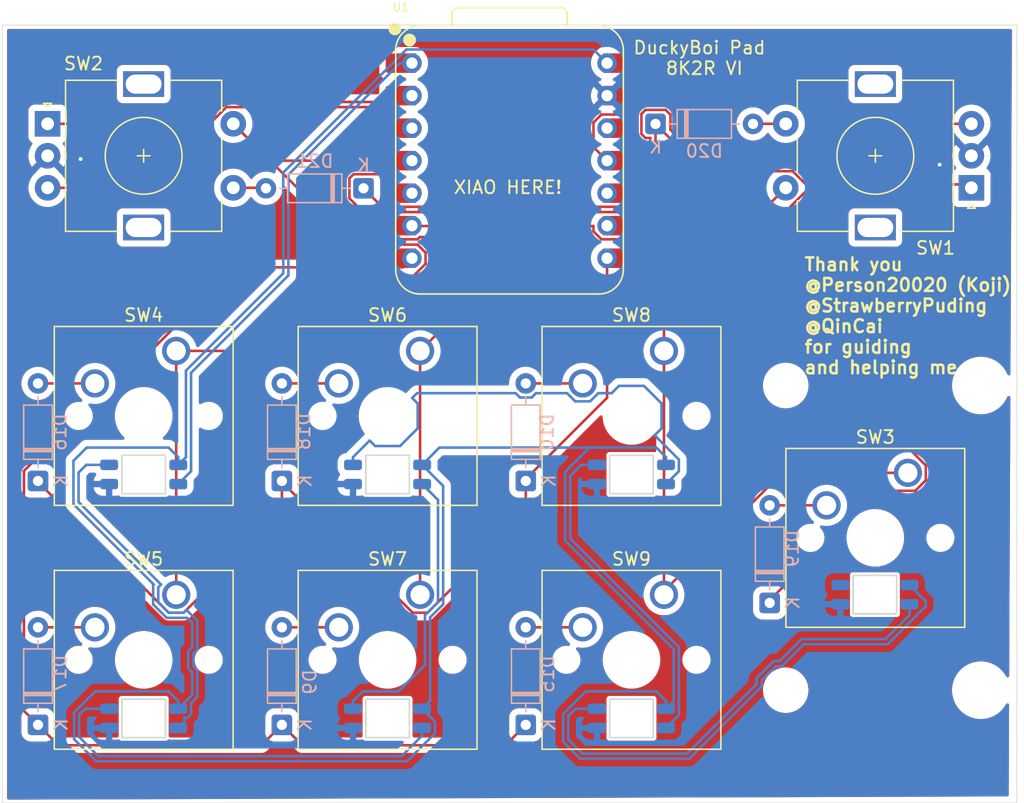
<source format=kicad_pcb>
(kicad_pcb (version 20241229) (generator "pcbnew") (generator_version "9.0")
  (layers (0 "F.Cu" signal) (2 "B.Cu" signal) (13 "F.Paste" user) (15 "B.Paste" user) (5 "F.SilkS" user "F.Silkscreen") (7 "B.SilkS" user "B.Silkscreen") (1 "F.Mask" user) (3 "B.Mask" user) (25 "Edge.Cuts" user))
  (net 0 "")
  (net 1 "Net-(D1-DIN)")
  (net 2 "GND")
  (net 3 "+5V")
  (net 4 "Net-(D1-DOUT)")
  (net 5 "Net-(D2-DOUT)")
  (net 6 "Net-(D3-DOUT)")
  (net 7 "Net-(D4-DOUT)")
  (net 8 "Net-(D5-DOUT)")
  (net 9 "Net-(D6-DOUT)")
  (net 11 "Net-(D9-A)")
  (net 12 "Row 2")
  (net 13 "Net-(D10-A)")
  (net 14 "Net-(D15-A)")
  (net 15 "Row 1")
  (net 16 "Net-(D16-A)")
  (net 17 "Net-(D17-A)")
  (net 18 "Net-(D18-A)")
  (net 19 "Net-(D19-A)")
  (net 20 "Row 0")
  (net 21 "Net-(D20-A)")
  (net 22 "Net-(D21-A)")
  (net 23 "Col 1")
  (net 24 "ROT2-A")
  (net 25 "ROT2-B")
  (net 26 "ROT1-B")
  (net 27 "Col 2")
  (net 28 "ROT1-A")
  (net 29 "Col 0")
  (footprint "Rotary_Encoder:RotaryEncoder_Alps_EC11E-Switch_Vertical_H20mm" (layer "F.Cu") (at 149.359 86.066 180)
    (property "Reference" "SW1" (at 2.8 -4.7 0) (layer "F.SilkS"))
    (property "Value" "RotaryEncoder_Switch")
    (pad "A" thru_hole rect (at 0 0 180) (size 2 2) (drill 1) (layers "*.Cu" "*.Mask") (net 24 "ROT2-A"))
    (pad "B" thru_hole circle (at 0 5 180) (size 2 2) (drill 1) (layers "*.Cu" "*.Mask") (net 25 "ROT2-B"))
    (pad "C" thru_hole circle (at 0 2.5 180) (size 2 2) (drill 1) (layers "*.Cu" "*.Mask") (net 2 "GND"))
    (pad "MP" thru_hole rect (at 7.5 -3.1 180) (size 3.2 2) (drill oval 2.8 1.5) (layers "*.Cu" "*.Mask"))
    (pad "MP" thru_hole rect (at 7.5 8.1 180) (size 3.2 2) (drill oval 2.8 1.5) (layers "*.Cu" "*.Mask"))
    (pad "S1" thru_hole circle (at 14.5 5 180) (size 2 2) (drill 1) (layers "*.Cu" "*.Mask") (net 21 "Net-(D20-A)"))
    (pad "S2" thru_hole circle (at 14.5 0 180) (size 2 2) (drill 1) (layers "*.Cu" "*.Mask") (net 23 "Col 1"))
  )
  (footprint "Button_Switch_Keyboard:SW_Cherry_MX_1.00u_PCB" (layer "F.Cu") (at 87.249 117.856)
    (property "Reference" "SW5" (at -2.54 -2.794 0) (layer "F.SilkS"))
    (property "Value" "SW_Push")
    (pad "" np_thru_hole circle (at -7.62 5.08) (size 1.7 1.7) (drill 1.7) (layers "*.Cu" "*.Mask"))
    (pad "" np_thru_hole circle (at -2.54 5.08) (size 4 4) (drill 4) (layers "*.Cu" "*.Mask"))
    (pad "" np_thru_hole circle (at 2.54 5.08) (size 1.7 1.7) (drill 1.7) (layers "*.Cu" "*.Mask"))
    (pad "1" thru_hole circle (at 0 0) (size 2.2 2.2) (drill 1.5) (layers "*.Cu" "*.Mask") (net 29 "Col 0"))
    (pad "2" thru_hole circle (at -6.35 2.54) (size 2.2 2.2) (drill 1.5) (layers "*.Cu" "*.Mask") (net 17 "Net-(D17-A)"))
  )
  (footprint "Button_Switch_Keyboard:SW_Cherry_MX_1.00u_PCB" (layer "F.Cu") (at 87.249 98.806)
    (property "Reference" "SW4" (at -2.54 -2.794 0) (layer "F.SilkS"))
    (property "Value" "SW_Push")
    (pad "" np_thru_hole circle (at -7.62 5.08) (size 1.7 1.7) (drill 1.7) (layers "*.Cu" "*.Mask"))
    (pad "" np_thru_hole circle (at -2.54 5.08) (size 4 4) (drill 4) (layers "*.Cu" "*.Mask"))
    (pad "" np_thru_hole circle (at 2.54 5.08) (size 1.7 1.7) (drill 1.7) (layers "*.Cu" "*.Mask"))
    (pad "1" thru_hole circle (at 0 0) (size 2.2 2.2) (drill 1.5) (layers "*.Cu" "*.Mask") (net 29 "Col 0"))
    (pad "2" thru_hole circle (at -6.35 2.54) (size 2.2 2.2) (drill 1.5) (layers "*.Cu" "*.Mask") (net 16 "Net-(D16-A)"))
  )
  (footprint "Rotary_Encoder:RotaryEncoder_Alps_EC11E-Switch_Vertical_H20mm" (layer "F.Cu") (at 77.205 81.066)
    (property "Reference" "SW2" (at 2.8 -4.7 0) (layer "F.SilkS"))
    (property "Value" "RotaryEncoder_Switch")
    (pad "A" thru_hole rect (at 0 0) (size 2 2) (drill 1) (layers "*.Cu" "*.Mask") (net 28 "ROT1-A"))
    (pad "B" thru_hole circle (at 0 5) (size 2 2) (drill 1) (layers "*.Cu" "*.Mask") (net 26 "ROT1-B"))
    (pad "C" thru_hole circle (at 0 2.5) (size 2 2) (drill 1) (layers "*.Cu" "*.Mask") (net 2 "GND"))
    (pad "MP" thru_hole rect (at 7.5 -3.1) (size 3.2 2) (drill oval 2.8 1.5) (layers "*.Cu" "*.Mask"))
    (pad "MP" thru_hole rect (at 7.5 8.1) (size 3.2 2) (drill oval 2.8 1.5) (layers "*.Cu" "*.Mask"))
    (pad "S1" thru_hole circle (at 14.5 5) (size 2 2) (drill 1) (layers "*.Cu" "*.Mask") (net 22 "Net-(D21-A)"))
    (pad "S2" thru_hole circle (at 14.5 0) (size 2 2) (drill 1) (layers "*.Cu" "*.Mask") (net 29 "Col 0"))
  )
  (footprint "Button_Switch_Keyboard:SW_Cherry_MX_2.00u_Vertical_PCB" (layer "F.Cu") (at 144.399 108.331)
    (property "Reference" "SW3" (at -2.54 -2.794 0) (layer "F.SilkS"))
    (property "Value" "SW_Push")
    (pad "" np_thru_hole circle (at -9.54 -6.82) (size 3.05 3.05) (drill 3.05) (layers "*.Cu" "*.Mask"))
    (pad "" np_thru_hole circle (at -9.54 16.98) (size 3.05 3.05) (drill 3.05) (layers "*.Cu" "*.Mask"))
    (pad "" np_thru_hole circle (at -7.62 5.08) (size 1.7 1.7) (drill 1.7) (layers "*.Cu" "*.Mask"))
    (pad "" np_thru_hole circle (at -2.54 5.08) (size 4 4) (drill 4) (layers "*.Cu" "*.Mask"))
    (pad "" np_thru_hole circle (at 2.54 5.08) (size 1.7 1.7) (drill 1.7) (layers "*.Cu" "*.Mask"))
    (pad "" np_thru_hole circle (at 5.7 -6.82) (size 4 4) (drill 4) (layers "*.Cu" "*.Mask"))
    (pad "" np_thru_hole circle (at 5.7 16.98) (size 4 4) (drill 4) (layers "*.Cu" "*.Mask"))
    (pad "1" thru_hole circle (at 0 0) (size 2.2 2.2) (drill 1.5) (layers "*.Cu" "*.Mask") (net 27 "Col 2"))
    (pad "2" thru_hole circle (at -6.35 2.54) (size 2.2 2.2) (drill 1.5) (layers "*.Cu" "*.Mask") (net 19 "Net-(D19-A)"))
  )
  (footprint "OPL:XIAO-RP2040-DIP" (layer "F.Cu") (at 113.284 83.947)
    (property "Reference" "U1" (at -8.5 -12 0) (layer "F.SilkS") (effects (font (size 0.635 0.635) (thickness 0.1016))))
    (property "Value" "XIAO-RP2040-DIP")
    (pad "1" smd roundrect (at -8.455 -7.62 180) (size 2.432 1.524) (layers "F.Cu" "F.Mask") (roundrect_rratio 0.1) (net 1 "Net-(D1-DIN)"))
    (pad "1" thru_hole circle (at -7.62 -7.62 180) (size 1.524 1.524) (drill 0.889) (layers "*.Cu" "*.Mask") (net 1 "Net-(D1-DIN)"))
    (pad "2" smd roundrect (at -8.455 -5.08 180) (size 2.432 1.524) (layers "F.Cu" "F.Mask") (roundrect_rratio 0.1) (net 28 "ROT1-A"))
    (pad "2" thru_hole circle (at -7.62 -5.08 180) (size 1.524 1.524) (drill 0.889) (layers "*.Cu" "*.Mask") (net 28 "ROT1-A"))
    (pad "3" smd roundrect (at -8.455 -2.54 180) (size 2.432 1.524) (layers "F.Cu" "F.Mask") (roundrect_rratio 0.1) (net 26 "ROT1-B"))
    (pad "3" thru_hole circle (at -7.62 -2.54 180) (size 1.524 1.524) (drill 0.889) (layers "*.Cu" "*.Mask") (net 26 "ROT1-B"))
    (pad "4" smd roundrect (at -8.455 0 180) (size 2.432 1.524) (layers "F.Cu" "F.Mask") (roundrect_rratio 0.1) (net 29 "Col 0"))
    (pad "4" thru_hole circle (at -7.62 0 180) (size 1.524 1.524) (drill 0.889) (layers "*.Cu" "*.Mask") (net 29 "Col 0"))
    (pad "5" smd roundrect (at -8.455 2.54 180) (size 2.432 1.524) (layers "F.Cu" "F.Mask") (roundrect_rratio 0.1) (net 23 "Col 1"))
    (pad "5" thru_hole circle (at -7.62 2.54 180) (size 1.524 1.524) (drill 0.889) (layers "*.Cu" "*.Mask") (net 23 "Col 1"))
    (pad "6" smd roundrect (at -8.455 5.08 180) (size 2.432 1.524) (layers "F.Cu" "F.Mask") (roundrect_rratio 0.1) (net 27 "Col 2"))
    (pad "6" thru_hole circle (at -7.62 5.08 180) (size 1.524 1.524) (drill 0.889) (layers "*.Cu" "*.Mask") (net 27 "Col 2"))
    (pad "7" smd roundrect (at -8.455 7.62 180) (size 2.432 1.524) (layers "F.Cu" "F.Mask") (roundrect_rratio 0.1) (net 12 "Row 2"))
    (pad "7" thru_hole circle (at -7.62 7.62 180) (size 1.524 1.524) (drill 0.889) (layers "*.Cu" "*.Mask") (net 12 "Row 2"))
    (pad "8" thru_hole circle (at 7.62 7.62) (size 1.524 1.524) (drill 0.889) (layers "*.Cu" "*.Mask") (net 15 "Row 1"))
    (pad "8" smd roundrect (at 8.455 7.62) (size 2.432 1.524) (layers "F.Cu" "F.Mask") (roundrect_rratio 0.1) (net 15 "Row 1"))
    (pad "9" thru_hole circle (at 7.62 5.08) (size 1.524 1.524) (drill 0.889) (layers "*.Cu" "*.Mask") (net 20 "Row 0"))
    (pad "9" smd roundrect (at 8.455 5.08) (size 2.432 1.524) (layers "F.Cu" "F.Mask") (roundrect_rratio 0.1) (net 20 "Row 0"))
    (pad "10" thru_hole circle (at 7.62 2.54) (size 1.524 1.524) (drill 0.889) (layers "*.Cu" "*.Mask") (net 24 "ROT2-A"))
    (pad "10" smd roundrect (at 8.455 2.54) (size 2.432 1.524) (layers "F.Cu" "F.Mask") (roundrect_rratio 0.1) (net 24 "ROT2-A"))
    (pad "11" thru_hole circle (at 7.62 0) (size 1.524 1.524) (drill 0.889) (layers "*.Cu" "*.Mask") (net 25 "ROT2-B"))
    (pad "11" smd roundrect (at 8.455 0) (size 2.432 1.524) (layers "F.Cu" "F.Mask") (roundrect_rratio 0.1) (net 25 "ROT2-B"))
    (pad "12" thru_hole circle (at 7.62 -2.54) (size 1.524 1.524) (drill 0.889) (layers "*.Cu" "*.Mask"))
    (pad "12" smd roundrect (at 8.455 -2.54) (size 2.432 1.524) (layers "F.Cu" "F.Mask") (roundrect_rratio 0.1))
    (pad "13" thru_hole circle (at 7.62 -5.08) (size 1.524 1.524) (drill 0.889) (layers "*.Cu" "*.Mask") (net 2 "GND"))
    (pad "13" smd roundrect (at 8.455 -5.08) (size 2.432 1.524) (layers "F.Cu" "F.Mask") (roundrect_rratio 0.1) (net 2 "GND"))
    (pad "14" thru_hole circle (at 7.62 -7.62) (size 1.524 1.524) (drill 0.889) (layers "*.Cu" "*.Mask") (net 3 "+5V"))
    (pad "14" smd roundrect (at 8.455 -7.62) (size 2.432 1.524) (layers "F.Cu" "F.Mask") (roundrect_rratio 0.1) (net 3 "+5V"))
  )
  (footprint "Button_Switch_Keyboard:SW_Cherry_MX_1.00u_PCB" (layer "F.Cu") (at 106.299 117.856)
    (property "Reference" "SW7" (at -2.54 -2.794 0) (layer "F.SilkS"))
    (property "Value" "SW_Push")
    (pad "" np_thru_hole circle (at -7.62 5.08) (size 1.7 1.7) (drill 1.7) (layers "*.Cu" "*.Mask"))
    (pad "" np_thru_hole circle (at -2.54 5.08) (size 4 4) (drill 4) (layers "*.Cu" "*.Mask"))
    (pad "" np_thru_hole circle (at 2.54 5.08) (size 1.7 1.7) (drill 1.7) (layers "*.Cu" "*.Mask"))
    (pad "1" thru_hole circle (at 0 0) (size 2.2 2.2) (drill 1.5) (layers "*.Cu" "*.Mask") (net 23 "Col 1"))
    (pad "2" thru_hole circle (at -6.35 2.54) (size 2.2 2.2) (drill 1.5) (layers "*.Cu" "*.Mask") (net 11 "Net-(D9-A)"))
  )
  (footprint "Button_Switch_Keyboard:SW_Cherry_MX_1.00u_PCB" (layer "F.Cu") (at 125.349 117.856)
    (property "Reference" "SW9" (at -2.54 -2.794 0) (layer "F.SilkS"))
    (property "Value" "SW_Push")
    (pad "" np_thru_hole circle (at -7.62 5.08) (size 1.7 1.7) (drill 1.7) (layers "*.Cu" "*.Mask"))
    (pad "" np_thru_hole circle (at -2.54 5.08) (size 4 4) (drill 4) (layers "*.Cu" "*.Mask"))
    (pad "" np_thru_hole circle (at 2.54 5.08) (size 1.7 1.7) (drill 1.7) (layers "*.Cu" "*.Mask"))
    (pad "1" thru_hole circle (at 0 0) (size 2.2 2.2) (drill 1.5) (layers "*.Cu" "*.Mask") (net 27 "Col 2"))
    (pad "2" thru_hole circle (at -6.35 2.54) (size 2.2 2.2) (drill 1.5) (layers "*.Cu" "*.Mask") (net 14 "Net-(D15-A)"))
  )
  (footprint "Button_Switch_Keyboard:SW_Cherry_MX_1.00u_PCB" (layer "F.Cu") (at 106.299 98.806)
    (property "Reference" "SW6" (at -2.54 -2.794 0) (layer "F.SilkS"))
    (property "Value" "SW_Push")
    (pad "" np_thru_hole circle (at -7.62 5.08) (size 1.7 1.7) (drill 1.7) (layers "*.Cu" "*.Mask"))
    (pad "" np_thru_hole circle (at -2.54 5.08) (size 4 4) (drill 4) (layers "*.Cu" "*.Mask"))
    (pad "" np_thru_hole circle (at 2.54 5.08) (size 1.7 1.7) (drill 1.7) (layers "*.Cu" "*.Mask"))
    (pad "1" thru_hole circle (at 0 0) (size 2.2 2.2) (drill 1.5) (layers "*.Cu" "*.Mask") (net 23 "Col 1"))
    (pad "2" thru_hole circle (at -6.35 2.54) (size 2.2 2.2) (drill 1.5) (layers "*.Cu" "*.Mask") (net 18 "Net-(D18-A)"))
  )
  (footprint "Button_Switch_Keyboard:SW_Cherry_MX_1.00u_PCB" (layer "F.Cu") (at 125.349 98.806)
    (property "Reference" "SW8" (at -2.54 -2.794 0) (layer "F.SilkS"))
    (property "Value" "SW_Push")
    (pad "" np_thru_hole circle (at -7.62 5.08) (size 1.7 1.7) (drill 1.7) (layers "*.Cu" "*.Mask"))
    (pad "" np_thru_hole circle (at -2.54 5.08) (size 4 4) (drill 4) (layers "*.Cu" "*.Mask"))
    (pad "" np_thru_hole circle (at 2.54 5.08) (size 1.7 1.7) (drill 1.7) (layers "*.Cu" "*.Mask"))
    (pad "1" thru_hole circle (at 0 0) (size 2.2 2.2) (drill 1.5) (layers "*.Cu" "*.Mask") (net 27 "Col 2"))
    (pad "2" thru_hole circle (at -6.35 2.54) (size 2.2 2.2) (drill 1.5) (layers "*.Cu" "*.Mask") (net 13 "Net-(D10-A)"))
  )
  (footprint "ScottoKeebs_Components:LED_SK6812MINI" (layer "B.Cu") (at 122.809 108.458 180)
    (property "Reference" "D5" (hide yes))
    (property "Value" "SK6812MINI" (hide yes))
    (fp_line (start 1.7 1.5) (end -1.7 1.5) (stroke (width 0.12)) (layer "Edge.Cuts"))
    (fp_line (start 1.7 -1.5) (end 1.7 1.5) (stroke (width 0.12)) (layer "Edge.Cuts"))
    (fp_line (start -1.7 1.5) (end -1.7 -1.5) (stroke (width 0.12)) (layer "Edge.Cuts"))
    (fp_line (start -1.7 -1.5) (end 1.7 -1.5) (stroke (width 0.12)) (layer "Edge.Cuts"))
    (pad "1" smd roundrect (at 2.7 0.75 180) (size 1.4 0.82) (layers "B.Cu" "B.Mask" "B.Paste") (net 8 "Net-(D5-DOUT)"))
    (pad "2" smd roundrect (at 2.7 -0.75 180) (size 1.4 0.82) (layers "B.Cu" "B.Mask" "B.Paste") (net 2 "GND"))
    (pad "3" smd roundrect (at -2.7 -0.75 180) (size 1.4 0.82) (layers "B.Cu" "B.Mask" "B.Paste") (net 7 "Net-(D4-DOUT)"))
    (pad "4" smd roundrect (at -2.7 0.75 180) (size 1.4 0.82) (layers "B.Cu" "B.Mask" "B.Paste") (net 3 "+5V"))
  )
  (footprint "ScottoKeebs_Components:LED_SK6812MINI" (layer "B.Cu") (at 122.809 127.508 180)
    (property "Reference" "D6" (hide yes))
    (property "Value" "SK6812MINI" (hide yes))
    (fp_line (start 1.7 1.5) (end -1.7 1.5) (stroke (width 0.12)) (layer "Edge.Cuts"))
    (fp_line (start 1.7 -1.5) (end 1.7 1.5) (stroke (width 0.12)) (layer "Edge.Cuts"))
    (fp_line (start -1.7 1.5) (end -1.7 -1.5) (stroke (width 0.12)) (layer "Edge.Cuts"))
    (fp_line (start -1.7 -1.5) (end 1.7 -1.5) (stroke (width 0.12)) (layer "Edge.Cuts"))
    (pad "1" smd roundrect (at 2.7 0.75 180) (size 1.4 0.82) (layers "B.Cu" "B.Mask" "B.Paste") (net 9 "Net-(D6-DOUT)"))
    (pad "2" smd roundrect (at 2.7 -0.75 180) (size 1.4 0.82) (layers "B.Cu" "B.Mask" "B.Paste") (net 2 "GND"))
    (pad "3" smd roundrect (at -2.7 -0.75 180) (size 1.4 0.82) (layers "B.Cu" "B.Mask" "B.Paste") (net 8 "Net-(D5-DOUT)"))
    (pad "4" smd roundrect (at -2.7 0.75 180) (size 1.4 0.82) (layers "B.Cu" "B.Mask" "B.Paste") (net 3 "+5V"))
  )
  (footprint "ScottoKeebs_Components:LED_SK6812MINI" (layer "B.Cu") (at 141.826 117.844 180)
    (property "Reference" "D8" (hide yes))
    (property "Value" "SK6812MINI" (hide yes))
    (fp_line (start 1.7 1.5) (end -1.7 1.5) (stroke (width 0.12)) (layer "Edge.Cuts"))
    (fp_line (start 1.7 -1.5) (end 1.7 1.5) (stroke (width 0.12)) (layer "Edge.Cuts"))
    (fp_line (start -1.7 1.5) (end -1.7 -1.5) (stroke (width 0.12)) (layer "Edge.Cuts"))
    (fp_line (start -1.7 -1.5) (end 1.7 -1.5) (stroke (width 0.12)) (layer "Edge.Cuts"))
    (pad "1" smd roundrect (at 2.7 0.75 180) (size 1.4 0.82) (layers "B.Cu" "B.Mask" "B.Paste"))
    (pad "2" smd roundrect (at 2.7 -0.75 180) (size 1.4 0.82) (layers "B.Cu" "B.Mask" "B.Paste") (net 2 "GND"))
    (pad "3" smd roundrect (at -2.7 -0.75 180) (size 1.4 0.82) (layers "B.Cu" "B.Mask" "B.Paste") (net 9 "Net-(D6-DOUT)"))
    (pad "4" smd roundrect (at -2.7 0.75 180) (size 1.4 0.82) (layers "B.Cu" "B.Mask" "B.Paste") (net 3 "+5V"))
  )
  (footprint "Diode_THT:D_DO-35_SOD27_P7.62mm_Horizontal" (layer "B.Cu") (at 76.454 108.966 90)
    (property "Reference" "D16" (at 3.81 1.7018 90) (layer "B.SilkS") (effects (justify mirror)))
    (property "Value" "1N4148")
    (fp_text user "K" (at 0 1.8 90) (layer "B.SilkS") (effects (justify mirror)))
    (pad "1" thru_hole roundrect (at 0 0 90) (size 1.6 1.6) (drill 0.8) (layers "*.Cu" "*.Mask") (roundrect_rratio 0.15625) (net 15 "Row 1"))
    (pad "2" thru_hole circle (at 7.62 0 90) (size 1.6 1.6) (drill 0.8) (layers "*.Cu" "*.Mask") (net 16 "Net-(D16-A)"))
  )
  (footprint "Diode_THT:D_DO-35_SOD27_P7.62mm_Horizontal" (layer "B.Cu") (at 114.554 128.016 90)
    (property "Reference" "D15" (at 3.9624 1.7018 90) (layer "B.SilkS") (effects (justify mirror)))
    (property "Value" "1N4148")
    (fp_text user "K" (at 0 1.8 90) (layer "B.SilkS") (effects (justify mirror)))
    (pad "1" thru_hole roundrect (at 0 0 90) (size 1.6 1.6) (drill 0.8) (layers "*.Cu" "*.Mask") (roundrect_rratio 0.15625) (net 12 "Row 2"))
    (pad "2" thru_hole circle (at 7.62 0 90) (size 1.6 1.6) (drill 0.8) (layers "*.Cu" "*.Mask") (net 14 "Net-(D15-A)"))
  )
  (footprint "Diode_THT:D_DO-35_SOD27_P7.62mm_Horizontal" (layer "B.Cu") (at 101.8794 86.106 180)
    (property "Reference" "D21" (at 3.81 2.12 0) (layer "B.SilkS") (effects (justify mirror)))
    (property "Value" "1N4148")
    (fp_text user "K" (at 0 1.8 0) (layer "B.SilkS") (effects (justify mirror)))
    (pad "1" thru_hole roundrect (at 0 0 180) (size 1.6 1.6) (drill 0.8) (layers "*.Cu" "*.Mask") (roundrect_rratio 0.15625) (net 20 "Row 0"))
    (pad "2" thru_hole circle (at 7.62 0 180) (size 1.6 1.6) (drill 0.8) (layers "*.Cu" "*.Mask") (net 22 "Net-(D21-A)"))
  )
  (footprint "ScottoKeebs_Components:LED_SK6812MINI" (layer "B.Cu") (at 84.709 127.508 180)
    (property "Reference" "D2" (hide yes))
    (property "Value" "SK6812MINI" (hide yes))
    (fp_line (start 1.7 1.5) (end -1.7 1.5) (stroke (width 0.12)) (layer "Edge.Cuts"))
    (fp_line (start 1.7 -1.5) (end 1.7 1.5) (stroke (width 0.12)) (layer "Edge.Cuts"))
    (fp_line (start -1.7 1.5) (end -1.7 -1.5) (stroke (width 0.12)) (layer "Edge.Cuts"))
    (fp_line (start -1.7 -1.5) (end 1.7 -1.5) (stroke (width 0.12)) (layer "Edge.Cuts"))
    (pad "1" smd roundrect (at 2.7 0.75 180) (size 1.4 0.82) (layers "B.Cu" "B.Mask" "B.Paste") (net 5 "Net-(D2-DOUT)"))
    (pad "2" smd roundrect (at 2.7 -0.75 180) (size 1.4 0.82) (layers "B.Cu" "B.Mask" "B.Paste") (net 2 "GND"))
    (pad "3" smd roundrect (at -2.7 -0.75 180) (size 1.4 0.82) (layers "B.Cu" "B.Mask" "B.Paste") (net 4 "Net-(D1-DOUT)"))
    (pad "4" smd roundrect (at -2.7 0.75 180) (size 1.4 0.82) (layers "B.Cu" "B.Mask" "B.Paste") (net 3 "+5V"))
  )
  (footprint "Diode_THT:D_DO-35_SOD27_P7.62mm_Horizontal" (layer "B.Cu") (at 76.454 128.016 90)
    (property "Reference" "D17" (at 4.0132 1.7018 90) (layer "B.SilkS") (effects (justify mirror)))
    (property "Value" "1N4148")
    (fp_text user "K" (at 0 1.8 90) (layer "B.SilkS") (effects (justify mirror)))
    (pad "1" thru_hole roundrect (at 0 0 90) (size 1.6 1.6) (drill 0.8) (layers "*.Cu" "*.Mask") (roundrect_rratio 0.15625) (net 12 "Row 2"))
    (pad "2" thru_hole circle (at 7.62 0 90) (size 1.6 1.6) (drill 0.8) (layers "*.Cu" "*.Mask") (net 17 "Net-(D17-A)"))
  )
  (footprint "ScottoKeebs_Components:LED_SK6812MINI" (layer "B.Cu") (at 84.709 108.458 180)
    (property "Reference" "D1" (hide yes))
    (property "Value" "SK6812MINI" (hide yes))
    (fp_line (start 1.7 1.5) (end -1.7 1.5) (stroke (width 0.12)) (layer "Edge.Cuts"))
    (fp_line (start 1.7 -1.5) (end 1.7 1.5) (stroke (width 0.12)) (layer "Edge.Cuts"))
    (fp_line (start -1.7 1.5) (end -1.7 -1.5) (stroke (width 0.12)) (layer "Edge.Cuts"))
    (fp_line (start -1.7 -1.5) (end 1.7 -1.5) (stroke (width 0.12)) (layer "Edge.Cuts"))
    (pad "1" smd roundrect (at 2.7 0.75 180) (size 1.4 0.82) (layers "B.Cu" "B.Mask" "B.Paste") (net 4 "Net-(D1-DOUT)"))
    (pad "2" smd roundrect (at 2.7 -0.75 180) (size 1.4 0.82) (layers "B.Cu" "B.Mask" "B.Paste") (net 2 "GND"))
    (pad "3" smd roundrect (at -2.7 -0.75 180) (size 1.4 0.82) (layers "B.Cu" "B.Mask" "B.Paste") (net 1 "Net-(D1-DIN)"))
    (pad "4" smd roundrect (at -2.7 0.75 180) (size 1.4 0.82) (layers "B.Cu" "B.Mask" "B.Paste") (net 3 "+5V"))
  )
  (footprint "ScottoKeebs_Components:LED_SK6812MINI" (layer "B.Cu") (at 103.759 108.458 180)
    (property "Reference" "D4" (hide yes))
    (property "Value" "SK6812MINI" (hide yes))
    (fp_line (start 1.7 1.5) (end -1.7 1.5) (stroke (width 0.12)) (layer "Edge.Cuts"))
    (fp_line (start 1.7 -1.5) (end 1.7 1.5) (stroke (width 0.12)) (layer "Edge.Cuts"))
    (fp_line (start -1.7 1.5) (end -1.7 -1.5) (stroke (width 0.12)) (layer "Edge.Cuts"))
    (fp_line (start -1.7 -1.5) (end 1.7 -1.5) (stroke (width 0.12)) (layer "Edge.Cuts"))
    (pad "1" smd roundrect (at 2.7 0.75 180) (size 1.4 0.82) (layers "B.Cu" "B.Mask" "B.Paste") (net 7 "Net-(D4-DOUT)"))
    (pad "2" smd roundrect (at 2.7 -0.75 180) (size 1.4 0.82) (layers "B.Cu" "B.Mask" "B.Paste") (net 2 "GND"))
    (pad "3" smd roundrect (at -2.7 -0.75 180) (size 1.4 0.82) (layers "B.Cu" "B.Mask" "B.Paste") (net 6 "Net-(D3-DOUT)"))
    (pad "4" smd roundrect (at -2.7 0.75 180) (size 1.4 0.82) (layers "B.Cu" "B.Mask" "B.Paste") (net 3 "+5V"))
  )
  (footprint "Diode_THT:D_DO-35_SOD27_P7.62mm_Horizontal" (layer "B.Cu") (at 95.504 108.966 90)
    (property "Reference" "D18" (at 3.8608 1.7018 90) (layer "B.SilkS") (effects (justify mirror)))
    (property "Value" "1N4148")
    (fp_text user "K" (at 0 1.8 90) (layer "B.SilkS") (effects (justify mirror)))
    (pad "1" thru_hole roundrect (at 0 0 90) (size 1.6 1.6) (drill 0.8) (layers "*.Cu" "*.Mask") (roundrect_rratio 0.15625) (net 15 "Row 1"))
    (pad "2" thru_hole circle (at 7.62 0 90) (size 1.6 1.6) (drill 0.8) (layers "*.Cu" "*.Mask") (net 18 "Net-(D18-A)"))
  )
  (footprint "Diode_THT:D_DO-35_SOD27_P7.62mm_Horizontal" (layer "B.Cu") (at 133.604 118.491 90)
    (property "Reference" "D19" (at 4.2418 1.7526 90) (layer "B.SilkS") (effects (justify mirror)))
    (property "Value" "1N4148")
    (fp_text user "K" (at 0 1.8 90) (layer "B.SilkS") (effects (justify mirror)))
    (pad "1" thru_hole roundrect (at 0 0 90) (size 1.6 1.6) (drill 0.8) (layers "*.Cu" "*.Mask") (roundrect_rratio 0.15625) (net 20 "Row 0"))
    (pad "2" thru_hole circle (at 7.62 0 90) (size 1.6 1.6) (drill 0.8) (layers "*.Cu" "*.Mask") (net 19 "Net-(D19-A)"))
  )
  (footprint "Diode_THT:D_DO-35_SOD27_P7.62mm_Horizontal" (layer "B.Cu") (at 124.6886 81.0768)
    (property "Reference" "D20" (at 3.81 2.12 0) (layer "B.SilkS") (effects (justify mirror)))
    (property "Value" "1N4148")
    (fp_text user "K" (at 0 1.8 0) (layer "B.SilkS") (effects (justify mirror)))
    (pad "1" thru_hole roundrect (at 0 0) (size 1.6 1.6) (drill 0.8) (layers "*.Cu" "*.Mask") (roundrect_rratio 0.15625) (net 20 "Row 0"))
    (pad "2" thru_hole circle (at 7.62 0) (size 1.6 1.6) (drill 0.8) (layers "*.Cu" "*.Mask") (net 21 "Net-(D20-A)"))
  )
  (footprint "ScottoKeebs_Components:LED_SK6812MINI" (layer "B.Cu") (at 103.759 127.508 180)
    (property "Reference" "D3" (hide yes))
    (property "Value" "SK6812MINI" (hide yes))
    (fp_line (start 1.7 1.5) (end -1.7 1.5) (stroke (width 0.12)) (layer "Edge.Cuts"))
    (fp_line (start 1.7 -1.5) (end 1.7 1.5) (stroke (width 0.12)) (layer "Edge.Cuts"))
    (fp_line (start -1.7 1.5) (end -1.7 -1.5) (stroke (width 0.12)) (layer "Edge.Cuts"))
    (fp_line (start -1.7 -1.5) (end 1.7 -1.5) (stroke (width 0.12)) (layer "Edge.Cuts"))
    (pad "1" smd roundrect (at 2.7 0.75 180) (size 1.4 0.82) (layers "B.Cu" "B.Mask" "B.Paste") (net 6 "Net-(D3-DOUT)"))
    (pad "2" smd roundrect (at 2.7 -0.75 180) (size 1.4 0.82) (layers "B.Cu" "B.Mask" "B.Paste") (net 2 "GND"))
    (pad "3" smd roundrect (at -2.7 -0.75 180) (size 1.4 0.82) (layers "B.Cu" "B.Mask" "B.Paste") (net 5 "Net-(D2-DOUT)"))
    (pad "4" smd roundrect (at -2.7 0.75 180) (size 1.4 0.82) (layers "B.Cu" "B.Mask" "B.Paste") (net 3 "+5V"))
  )
  (footprint "Diode_THT:D_DO-35_SOD27_P7.62mm_Horizontal" (layer "B.Cu") (at 95.504 128.016 90)
    (property "Reference" "D9" (at 3.349 2.185 90) (layer "B.SilkS") (effects (justify mirror)))
    (property "Value" "1N4148")
    (fp_text user "K" (at 0 1.8 90) (layer "B.SilkS") (effects (justify mirror)))
    (pad "1" thru_hole roundrect (at 0 0 90) (size 1.6 1.6) (drill 0.8) (layers "*.Cu" "*.Mask") (roundrect_rratio 0.15625) (net 12 "Row 2"))
    (pad "2" thru_hole circle (at 7.62 0 90) (size 1.6 1.6) (drill 0.8) (layers "*.Cu" "*.Mask") (net 11 "Net-(D9-A)"))
  )
  (footprint "Diode_THT:D_DO-35_SOD27_P7.62mm_Horizontal" (layer "B.Cu") (at 114.554 108.966 90)
    (property "Reference" "D10" (at 3.81 1.651 90) (layer "B.SilkS") (effects (justify mirror)))
    (property "Value" "1N4148")
    (fp_text user "K" (at 0 1.8 90) (layer "B.SilkS") (effects (justify mirror)))
    (pad "1" thru_hole roundrect (at 0 0 90) (size 1.6 1.6) (drill 0.8) (layers "*.Cu" "*.Mask") (roundrect_rratio 0.15625) (net 15 "Row 1"))
    (pad "2" thru_hole circle (at 7.62 0 90) (size 1.6 1.6) (drill 0.8) (layers "*.Cu" "*.Mask") (net 13 "Net-(D10-A)"))
  )
  (gr_rect (start 73.66 73.3552) (end 152.908 134.112) (stroke (width 0.05)) (fill no) (layer "Edge.Cuts"))
  (gr_text "DuckyBoi Pad \n8K2R VI" (at 128.4986 77.3176 0) (layer "F.SilkS") (effects (font (size 1 1)) (justify bottom)))
  (gr_text "Thank you \n@Person20020 (Koji) \n@StrawberryPuding \n@QinCai\nfor guiding \nand helping me" (at 136.2202 100.6856 0) (layer "F.SilkS") (effects (font (size 1 1) (thickness 0.2) (bold yes)) (justify left bottom)))
  (gr_text "XIAO HERE!" (at 108.839 86.614 0) (layer "F.SilkS") (effects (font (size 1 1)) (justify left bottom)))
  (segment (start 88.41 100.513414) (end 88.41 108.207) (width 0.2) (layer "B.Cu") (net 1))
  (segment (start 104.72779 76.327) (end 96.012 85.04279) (width 0.2) (layer "B.Cu") (net 1))
  (segment (start 96.012 85.04279) (end 96.012 92.911414) (width 0.2) (layer "B.Cu") (net 1))
  (segment (start 88.41 108.207) (end 87.409 109.208) (width 0.2) (layer "B.Cu") (net 1))
  (segment (start 105.664 76.327) (end 104.72779 76.327) (width 0.2) (layer "B.Cu") (net 1))
  (segment (start 96.012 92.911414) (end 88.41 100.513414) (width 0.2) (layer "B.Cu") (net 1))
  (segment (start 149.359 83.566) (end 149.225 83.566) (width 0.2) (layer "F.Cu") (net 2))
  (via (at 146.87632 84.25936) (size 0.6) (drill 0.3) (layers "F.Cu" "B.Cu") (net 2))
  (via (at 79.7814 83.82) (size 0.6) (drill 0.3) (layers "F.Cu" "B.Cu") (net 2))
  (segment (start 88.499 125.668) (end 88.499 123.91157) (width 0.2) (layer "B.Cu") (net 3))
  (segment (start 88.499 120.0541) (end 88.1029 119.658) (width 0.2) (layer "B.Cu") (net 3))
  (segment (start 107.081 126.136) (end 107.081 119.622414) (width 0.2) (layer "B.Cu") (net 3))
  (segment (start 87.409 126.758) (end 88.499 125.668) (width 0.2) (layer "B.Cu") (net 3))
  (segment (start 80.9172 125.407) (end 79.2734 127.0508) (width 0.2) (layer "B.Cu") (net 3))
  (segment (start 87.409 126.758) (end 87.409 126.158058) (width 0.2) (layer "B.Cu") (net 3))
  (segment (start 80.2568 106.357) (end 86.657942 106.357) (width 0.2) (layer "B.Cu") (net 3))
  (segment (start 88.009 100.347314) (end 95.611 92.745314) (width 0.2) (layer "B.Cu") (net 3))
  (segment (start 125.509 126.758) (end 125.509 126.158058) (width 0.2) (layer "B.Cu") (net 3))
  (segment (start 132.983 124.533935) (end 134.081935 123.435) (width 0.2) (layer "B.Cu") (net 3))
  (segment (start 142.824474 121.7168) (end 145.796 118.745274) (width 0.2) (layer "B.Cu") (net 3))
  (segment (start 126.109 122.1041) (end 126.109 126.158) (width 0.2) (layer "B.Cu") (net 3))
  (segment (start 117.6274 113.6225) (end 126.109 122.1041) (width 0.2) (layer "B.Cu") (net 3))
  (segment (start 87.409 107.708) (end 88.009 107.108) (width 0.2) (layer "B.Cu") (net 3))
  (segment (start 119.5252 106.357) (end 117.6274 108.2548) (width 0.2) (layer "B.Cu") (net 3))
  (segment (start 86.502586 119.658) (end 85.447 118.602414) (width 0.2) (layer "B.Cu") (net 3))
  (segment (start 88.499 121.96043) (end 88.499 120.0541) (width 0.2) (layer "B.Cu") (net 3))
  (segment (start 88.499 123.91157) (end 88.187 123.59957) (width 0.2) (layer "B.Cu") (net 3))
  (segment (start 107.46 128.678274) (end 107.46 127.759) (width 0.2) (layer "B.Cu") (net 3))
  (segment (start 85.500743 117.055843) (end 79.2226 110.7777) (width 0.2) (layer "B.Cu") (net 3))
  (segment (start 86.657942 106.357) (end 87.409 107.108058) (width 0.2) (layer "B.Cu") (net 3))
  (segment (start 145.796 118.364) (end 144.526 117.094) (width 0.2) (layer "B.Cu") (net 3))
  (segment (start 117.475 129.3368) (end 118.7958 130.6576) (width 0.2) (layer "B.Cu") (net 3))
  (segment (start 134.5528 123.435) (end 136.271 121.7168) (width 0.2) (layer "B.Cu") (net 3))
  (segment (start 79.2734 127.0508) (end 79.2734 129.1336) (width 0.2) (layer "B.Cu") (net 3))
  (segment (start 125.509 126.158058) (end 124.757942 125.407) (width 0.2) (layer "B.Cu") (net 3))
  (segment (start 86.657942 125.407) (end 80.9172 125.407) (width 0.2) (layer "B.Cu") (net 3))
  (segment (start 95.611 92.745314) (end 95.611 84.87669) (width 0.2) (layer "B.Cu") (net 3))
  (segment (start 125.509 107.108058) (end 125.509 107.708) (width 0.2) (layer "B.Cu") (net 3))
  (segment (start 107.46 127.759) (end 106.459 126.758) (width 0.2) (layer "B.Cu") (net 3))
  (segment (start 81.0006 130.8608) (end 105.277474 130.8608) (width 0.2) (layer "B.Cu") (net 3))
  (segment (start 145.796 118.745274) (end 145.796 118.364) (width 0.2) (layer "B.Cu") (net 3))
  (segment (start 119.841 75.264) (end 120.904 76.327) (width 0.2) (layer "B.Cu") (net 3))
  (segment (start 95.611 84.87669) (end 105.22369 75.264) (width 0.2) (layer "B.Cu") (net 3))
  (segment (start 88.1029 119.658) (end 86.502586 119.658) (width 0.2) (layer "B.Cu") (net 3))
  (segment (start 106.459 107.708) (end 107.81 106.357) (width 0.2) (layer "B.Cu") (net 3))
  (segment (start 124.757942 125.407) (end 119.2204 125.407) (width 0.2) (layer "B.Cu") (net 3))
  (segment (start 88.009 107.108) (end 88.009 100.347314) (width 0.2) (layer "B.Cu") (net 3))
  (segment (start 87.409 107.108058) (end 87.409 107.708) (width 0.2) (layer "B.Cu") (net 3))
  (segment (start 117.6274 108.2548) (end 117.6274 113.6225) (width 0.2) (layer "B.Cu") (net 3))
  (segment (start 127.3302 130.6576) (end 132.983 125.0048) (width 0.2) (layer "B.Cu") (net 3))
  (segment (start 88.187 123.59957) (end 88.187 122.27243) (width 0.2) (layer "B.Cu") (net 3))
  (segment (start 136.271 121.7168) (end 142.824474 121.7168) (width 0.2) (layer "B.Cu") (net 3))
  (segment (start 85.447 118.602414) (end 85.447 117.109586) (width 0.2) (layer "B.Cu") (net 3))
  (segment (start 107.081 119.622414) (end 108.101 118.602414) (width 0.2) (layer "B.Cu") (net 3))
  (segment (start 87.409 126.158058) (end 86.657942 125.407) (width 0.2) (layer "B.Cu") (net 3))
  (segment (start 105.277474 130.8608) (end 107.46 128.678274) (width 0.2) (layer "B.Cu") (net 3))
  (segment (start 79.2734 129.1336) (end 81.0006 130.8608) (width 0.2) (layer "B.Cu") (net 3))
  (segment (start 124.757942 106.357) (end 119.5252 106.357) (width 0.2) (layer "B.Cu") (net 3))
  (segment (start 124.757942 106.357) (end 125.509 107.108058) (width 0.2) (layer "B.Cu") (net 3))
  (segment (start 107.81 106.357) (end 124.757942 106.357) (width 0.2) (layer "B.Cu") (net 3))
  (segment (start 79.2226 107.3912) (end 80.2568 106.357) (width 0.2) (layer "B.Cu") (net 3))
  (segment (start 119.2204 125.407) (end 117.475 127.1524) (width 0.2) (layer "B.Cu") (net 3))
  (segment (start 134.081935 123.435) (end 134.5528 123.435) (width 0.2) (layer "B.Cu") (net 3))
  (segment (start 108.101 109.35) (end 106.459 107.708) (width 0.2) (layer "B.Cu") (net 3))
  (segment (start 85.447 117.109586) (end 85.500743 117.055843) (width 0.2) (layer "B.Cu") (net 3))
  (segment (start 117.475 127.1524) (end 117.475 129.3368) (width 0.2) (layer "B.Cu") (net 3))
  (segment (start 88.187 122.27243) (end 88.499 121.96043) (width 0.2) (layer "B.Cu") (net 3))
  (segment (start 105.22369 75.264) (end 119.841 75.264) (width 0.2) (layer "B.Cu") (net 3))
  (segment (start 108.101 118.602414) (end 108.101 109.35) (width 0.2) (layer "B.Cu") (net 3))
  (segment (start 118.7958 130.6576) (end 127.3302 130.6576) (width 0.2) (layer "B.Cu") (net 3))
  (segment (start 106.459 126.758) (end 107.081 126.136) (width 0.2) (layer "B.Cu") (net 3))
  (segment (start 79.2226 110.7777) (end 79.2226 107.3912) (width 0.2) (layer "B.Cu") (net 3))
  (segment (start 132.983 125.0048) (end 132.983 124.533935) (width 0.2) (layer "B.Cu") (net 3))
  (segment (start 126.109 126.158) (end 125.509 126.758) (width 0.2) (layer "B.Cu") (net 3))
  (segment (start 87.829314 119.257) (end 88.049157 119.037157) (width 0.2) (layer "B.Cu") (net 4))
  (segment (start 88.41 126.337726) (end 88.41 127.178274) (width 0.2) (layer "B.Cu") (net 4))
  (segment (start 85.848 118.436314) (end 86.668686 119.257) (width 0.2) (layer "B.Cu") (net 4))
  (segment (start 82.009 107.708) (end 80.2266 107.708) (width 0.2) (layer "B.Cu") (net 4))
  (segment (start 86.067843 117.055843) (end 85.848 117.275686) (width 0.2) (layer "B.Cu") (net 4))
  (segment (start 85.848 117.275686) (end 85.848 118.436314) (width 0.2) (layer "B.Cu") (net 4))
  (segment (start 88.9 123.74547) (end 88.9 125.8341) (width 0.2) (layer "B.Cu") (net 4))
  (segment (start 79.6236 110.6116) (end 86.067843 117.055843) (width 0.2) (layer "B.Cu") (net 4))
  (segment (start 80.2266 107.708) (end 79.6236 108.311) (width 0.2) (layer "B.Cu") (net 4))
  (segment (start 87.884 127.469) (end 87.884 127.783001) (width 0.2) (layer "B.Cu") (net 4))
  (segment (start 88.9 125.8341) (end 88.403187 126.330913) (width 0.2) (layer "B.Cu") (net 4))
  (segment (start 79.6236 108.311) (end 79.6236 110.6116) (width 0.2) (layer "B.Cu") (net 4))
  (segment (start 86.668686 119.257) (end 87.829314 119.257) (width 0.2) (layer "B.Cu") (net 4))
  (segment (start 88.049157 119.037157) (end 88.9 119.888) (width 0.2) (layer "B.Cu") (net 4))
  (segment (start 88.588 123.43347) (end 88.9 123.74547) (width 0.2) (layer "B.Cu") (net 4))
  (segment (start 87.884 127.783001) (end 87.409 128.258) (width 0.2) (layer "B.Cu") (net 4))
  (segment (start 88.403187 126.330913) (end 88.41 126.337726) (width 0.2) (layer "B.Cu") (net 4))
  (segment (start 88.9 119.888) (end 88.9 122.12653) (width 0.2) (layer "B.Cu") (net 4))
  (segment (start 88.588 122.43853) (end 88.588 123.43347) (width 0.2) (layer "B.Cu") (net 4))
  (segment (start 88.9 122.12653) (end 88.588 122.43853) (width 0.2) (layer "B.Cu") (net 4))
  (segment (start 88.41 127.178274) (end 88.119274 127.469) (width 0.2) (layer "B.Cu") (net 4))
  (segment (start 88.119274 127.469) (end 87.884 127.469) (width 0.2) (layer "B.Cu") (net 4))
  (segment (start 82.009 126.758) (end 80.1333 126.758) (width 0.2) (layer "B.Cu") (net 5))
  (segment (start 80.1333 126.758) (end 79.6744 127.2169) (width 0.2) (layer "B.Cu") (net 5))
  (segment (start 104.857142 130.4598) (end 106.459 128.857942) (width 0.2) (layer "B.Cu") (net 5))
  (segment (start 106.459 128.857942) (end 106.459 128.258) (width 0.2) (layer "B.Cu") (net 5))
  (segment (start 79.6744 127.2169) (end 79.6744 128.9675) (width 0.2) (layer "B.Cu") (net 5))
  (segment (start 81.1667 130.4598) (end 104.857142 130.4598) (width 0.2) (layer "B.Cu") (net 5))
  (segment (start 79.6744 128.9675) (end 81.1667 130.4598) (width 0.2) (layer "B.Cu") (net 5))
  (segment (start 107.7 118.436314) (end 107.7 110.449) (width 0.2) (layer "B.Cu") (net 6))
  (segment (start 101.059 126.758) (end 101.059 126.158058) (width 0.2) (layer "B.Cu") (net 6))
  (segment (start 101.059 126.158058) (end 101.810058 125.407) (width 0.2) (layer "B.Cu") (net 6))
  (segment (start 104.612816 125.407) (end 106.68 123.339816) (width 0.2) (layer "B.Cu") (net 6))
  (segment (start 101.059 126.758) (end 101.35 126.467) (width 0.2) (layer "B.Cu") (net 6))
  (segment (start 101.810058 125.407) (end 104.612816 125.407) (width 0.2) (layer "B.Cu") (net 6))
  (segment (start 106.68 123.339816) (end 106.68 119.456314) (width 0.2) (layer "B.Cu") (net 6))
  (segment (start 106.68 119.456314) (end 107.7 118.436314) (width 0.2) (layer "B.Cu") (net 6))
  (segment (start 107.7 110.449) (end 106.459 109.208) (width 0.2) (layer "B.Cu") (net 6))
  (segment (start 106.11 102.912184) (end 105.682437 102.484621) (width 0.2) (layer "B.Cu") (net 7))
  (segment (start 125.16 104.859816) (end 124.621045 105.398771) (width 0.2) (layer "B.Cu") (net 7))
  (segment (start 114.09795 102.447) (end 115.01005 102.447) (width 0.2) (layer "B.Cu") (net 7))
  (segment (start 115.34905 102.108) (end 117.779686 102.108) (width 0.2) (layer "B.Cu") (net 7))
  (segment (start 101.059 107.108058) (end 102.357621 105.809437) (width 0.2) (layer "B.Cu") (net 7))
  (segment (start 121.262184 102.108) (end 121.835184 101.535) (width 0.2) (layer "B.Cu") (net 7))
  (segment (start 113.75895 102.108) (end 114.09795 102.447) (width 0.2) (layer "B.Cu") (net 7))
  (segment (start 118.418686 102.747) (end 119.579314 102.747) (width 0.2) (layer "B.Cu") (net 7))
  (segment (start 125.16 102.912184) (end 125.16 104.859816) (width 0.2) (layer "B.Cu") (net 7))
  (segment (start 106.059058 102.108) (end 113.75895 102.108) (width 0.2) (layer "B.Cu") (net 7))
  (segment (start 119.579314 102.747) (end 120.218314 102.108) (width 0.2) (layer "B.Cu") (net 7))
  (segment (start 121.835184 101.535) (end 123.782816 101.535) (width 0.2) (layer "B.Cu") (net 7))
  (segment (start 120.218314 102.108) (end 121.262184 102.108) (width 0.2) (layer "B.Cu") (net 7))
  (segment (start 115.01005 102.447) (end 115.34905 102.108) (width 0.2) (layer "B.Cu") (net 7))
  (segment (start 102.785184 106.237) (end 104.732816 106.237) (width 0.2) (layer "B.Cu") (net 7))
  (segment (start 123.782816 101.535) (end 125.16 102.912184) (width 0.2) (layer "B.Cu") (net 7))
  (segment (start 102.357621 105.809437) (end 102.785184 106.237) (width 0.2) (layer "B.Cu") (net 7))
  (segment (start 101.059 107.708) (end 101.059 107.108058) (width 0.2) (layer "B.Cu") (net 7))
  (segment (start 105.682437 102.484621) (end 106.059058 102.108) (width 0.2) (layer "B.Cu") (net 7))
  (segment (start 106.11 104.859816) (end 106.11 102.912184) (width 0.2) (layer "B.Cu") (net 7))
  (segment (start 104.732816 106.237) (end 106.11 104.859816) (width 0.2) (layer "B.Cu") (net 7))
  (segment (start 124.621045 105.398771) (end 126.51 107.287726) (width 0.2) (layer "B.Cu") (net 7))
  (segment (start 126.51 107.287726) (end 126.51 108.207) (width 0.2) (layer "B.Cu") (net 7))
  (segment (start 126.51 108.207) (end 125.509 109.208) (width 0.2) (layer "B.Cu") (net 7))
  (segment (start 117.779686 102.108) (end 118.418686 102.747) (width 0.2) (layer "B.Cu") (net 7))
  (segment (start 118.8854 107.708) (end 118.0284 108.565) (width 0.2) (layer "B.Cu") (net 8))
  (segment (start 120.109 107.708) (end 118.8854 107.708) (width 0.2) (layer "B.Cu") (net 8))
  (segment (start 126.51 121.938) (end 126.51 127.257) (width 0.2) (layer "B.Cu") (net 8))
  (segment (start 118.0284 113.4564) (end 126.51 121.938) (width 0.2) (layer "B.Cu") (net 8))
  (segment (start 118.0284 108.565) (end 118.0284 113.4564) (width 0.2) (layer "B.Cu") (net 8))
  (segment (start 126.51 127.257) (end 125.509 128.258) (width 0.2) (layer "B.Cu") (net 8))
  (segment (start 118.9619 130.2566) (end 117.876 129.1707) (width 0.2) (layer "B.Cu") (net 9))
  (segment (start 117.876 129.1707) (end 117.876 127.3185) (width 0.2) (layer "B.Cu") (net 9))
  (segment (start 134.3867 123.034) (end 133.915835 123.034) (width 0.2) (layer "B.Cu") (net 9))
  (segment (start 133.915835 123.034) (end 132.582 124.367835) (width 0.2) (layer "B.Cu") (net 9))
  (segment (start 136.1049 121.3158) (end 134.3867 123.034) (width 0.2) (layer "B.Cu") (net 9))
  (segment (start 132.582 124.8387) (end 127.1641 130.2566) (width 0.2) (layer "B.Cu") (net 9))
  (segment (start 117.876 127.3185) (end 118.4365 126.758) (width 0.2) (layer "B.Cu") (net 9))
  (segment (start 144.526 118.594) (end 144.526 119.448174) (width 0.2) (layer "B.Cu") (net 9))
  (segment (start 118.4365 126.758) (end 120.109 126.758) (width 0.2) (layer "B.Cu") (net 9))
  (segment (start 132.582 124.367835) (end 132.582 124.8387) (width 0.2) (layer "B.Cu") (net 9))
  (segment (start 127.1641 130.2566) (end 118.9619 130.2566) (width 0.2) (layer "B.Cu") (net 9))
  (segment (start 144.526 119.448174) (end 142.658374 121.3158) (width 0.2) (layer "B.Cu") (net 9))
  (segment (start 142.658374 121.3158) (end 136.1049 121.3158) (width 0.2) (layer "B.Cu") (net 9))
  (segment (start 95.504 120.396) (end 99.949 120.396) (width 0.2) (layer "F.Cu") (net 11))
  (segment (start 85.194184 98.879502) (end 91.793686 92.28) (width 0.2) (layer "F.Cu") (net 12))
  (segment (start 76.454 128.016) (end 75.353 126.915) (width 0.2) (layer "F.Cu") (net 12))
  (segment (start 93.911 129.609) (end 95.504 128.016) (width 0.2) (layer "F.Cu") (net 12))
  (segment (start 78.047 129.609) (end 93.911 129.609) (width 0.2) (layer "F.Cu") (net 12))
  (segment (start 91.793686 92.28) (end 104.951 92.28) (width 0.2) (layer "F.Cu") (net 12))
  (segment (start 75.353 108.18084) (end 78.44684 105.087) (width 0.2) (layer "F.Cu") (net 12))
  (segment (start 95.504 128.016) (end 97.097 129.609) (width 0.2) (layer "F.Cu") (net 12))
  (segment (start 78.44684 105.087) (end 80.183184 105.087) (width 0.2) (layer "F.Cu") (net 12))
  (segment (start 97.097 129.609) (end 112.961 129.609) (width 0.2) (layer "F.Cu") (net 12))
  (segment (start 76.454 128.016) (end 78.047 129.609) (width 0.2) (layer "F.Cu") (net 12))
  (segment (start 85.194184 100.076) (end 85.194184 98.879502) (width 0.2) (layer "F.Cu") (net 12))
  (segment (start 104.951 92.28) (end 105.664 91.567) (width 0.2) (layer "F.Cu") (net 12))
  (segment (start 80.183184 105.087) (end 85.194184 100.076) (width 0.2) (layer "F.Cu") (net 12))
  (segment (start 112.961 129.609) (end 114.554 128.016) (width 0.2) (layer "F.Cu") (net 12))
  (segment (start 75.353 126.915) (end 75.353 108.18084) (width 0.2) (layer "F.Cu") (net 12))
  (segment (start 114.554 101.346) (end 118.999 101.346) (width 0.2) (layer "F.Cu") (net 13))
  (segment (start 114.554 120.396) (end 118.999 120.396) (width 0.2) (layer "F.Cu") (net 14))
  (segment (start 114.554 111.582314) (end 114.554 108.966) (width 0.2) (layer "F.Cu") (net 15))
  (segment (start 87.829314 119.257) (end 95.504 111.582314) (width 0.2) (layer "F.Cu") (net 15))
  (segment (start 114.554 108.816184) (end 120.904 102.466184) (width 0.2) (layer "F.Cu") (net 15))
  (segment (start 95.504 109.042314) (end 105.718686 119.257) (width 0.2) (layer "F.Cu") (net 15))
  (segment (start 106.879314 119.257) (end 114.554 111.582314) (width 0.2) (layer "F.Cu") (net 15))
  (segment (start 76.454 108.966) (end 76.454 109.042314) (width 0.2) (layer "F.Cu") (net 15))
  (segment (start 120.904 102.466184) (end 120.904 91.567) (width 0.2) (layer "F.Cu") (net 15))
  (segment (start 95.504 111.582314) (end 95.504 108.966) (width 0.2) (layer "F.Cu") (net 15))
  (segment (start 95.504 108.966) (end 95.504 109.042314) (width 0.2) (layer "F.Cu") (net 15))
  (segment (start 76.454 109.042314) (end 86.668686 119.257) (width 0.2) (layer "F.Cu") (net 15))
  (segment (start 105.718686 119.257) (end 106.879314 119.257) (width 0.2) (layer "F.Cu") (net 15))
  (segment (start 86.668686 119.257) (end 87.829314 119.257) (width 0.2) (layer "F.Cu") (net 15))
  (segment (start 114.554 108.966) (end 114.554 108.816184) (width 0.2) (layer "F.Cu") (net 15))
  (segment (start 76.454 101.346) (end 80.899 101.346) (width 0.2) (layer "F.Cu") (net 16))
  (segment (start 76.454 120.396) (end 80.899 120.396) (width 0.2) (layer "F.Cu") (net 17))
  (segment (start 95.504 101.346) (end 99.949 101.346) (width 0.2) (layer "F.Cu") (net 18))
  (segment (start 133.604 110.871) (end 138.049 110.871) (width 0.2) (layer "F.Cu") (net 19))
  (segment (start 144.979314 109.732) (end 145.8 108.911314) (width 0.2) (layer "F.Cu") (net 20))
  (segment (start 142.15647 109.732) (end 144.979314 109.732) (width 0.2) (layer "F.Cu") (net 20))
  (segment (start 128.3768 84.765) (end 124.6886 81.0768) (width 0.2) (layer "F.Cu") (net 20))
  (segment (start 101.8794 86.106) (end 102.5614 85.424) (width 0.2) (layer "F.Cu") (net 20))
  (segment (start 122.994626 87.55) (end 103.3234 87.55) (width 0.2) (layer "F.Cu") (net 20))
  (segment (start 103.3234 87.55) (end 101.8794 86.106) (width 0.2) (layer "F.Cu") (net 20))
  (segment (start 135.397892 84.765) (end 128.3768 84.765) (width 0.2) (layer "F.Cu") (net 20))
  (segment (start 133.604 118.491) (end 133.604 118.28447) (width 0.2) (layer "F.Cu") (net 20))
  (segment (start 136.525 85.892108) (end 136.525 86.239892) (width 0.2) (layer "F.Cu") (net 20))
  (segment (start 136.525 85.892108) (end 135.397892 84.765) (width 0.2) (layer "F.Cu") (net 20))
  (segment (start 145.8 108.911314) (end 145.8 107.750686) (width 0.2) (layer "F.Cu") (net 20))
  (segment (start 136.525 86.239892) (end 133.737892 89.027) (width 0.2) (layer "F.Cu") (net 20))
  (segment (start 133.737892 89.027) (end 120.904 89.027) (width 0.2) (layer "F.Cu") (net 20))
  (segment (start 124.6886 85.856026) (end 122.994626 87.55) (width 0.2) (layer "F.Cu") (net 20))
  (segment (start 145.8 107.750686) (end 136.525 98.475686) (width 0.2) (layer "F.Cu") (net 20))
  (segment (start 136.525 98.475686) (end 136.525 85.892108) (width 0.2) (layer "F.Cu") (net 20))
  (segment (start 133.604 118.28447) (end 142.15647 109.732) (width 0.2) (layer "F.Cu") (net 20))
  (segment (start 124.6886 81.0768) (end 124.6886 85.856026) (width 0.2) (layer "F.Cu") (net 20))
  (segment (start 132.3194 81.066) (end 132.3086 81.0768) (width 0.2) (layer "F.Cu") (net 21))
  (segment (start 134.859 81.066) (end 132.3194 81.066) (width 0.2) (layer "F.Cu") (net 21))
  (segment (start 91.705 86.066) (end 92.035 86.066) (width 0.2) (layer "F.Cu") (net 22))
  (segment (start 94.2194 86.066) (end 94.2594 86.106) (width 0.2) (layer "F.Cu") (net 22))
  (segment (start 91.705 86.066) (end 94.2194 86.066) (width 0.2) (layer "F.Cu") (net 22))
  (segment (start 92.035 86.066) (end 92.075 86.106) (width 0.2) (layer "F.Cu") (net 22))
  (segment (start 106.10431 90.09) (end 103.573374 90.09) (width 0.2) (layer "F.Cu") (net 23))
  (segment (start 103.312 88.225374) (end 102.112614 88.225374) (width 0.2) (layer "F.Cu") (net 23))
  (segment (start 111.5314 89.916) (end 106.27831 89.916) (width 0.2) (layer "F.Cu") (net 23))
  (segment (start 113.3602 91.7448) (end 111.5314 89.916) (width 0.2) (layer "F.Cu") (net 23))
  (segment (start 103.312 88.225374) (end 103.573374 87.964) (width 0.2) (layer "F.Cu") (net 23))
  (segment (start 106.299 117.856) (end 106.299 98.806) (width 0.2) (layer "F.Cu") (net 23))
  (segment (start 106.27831 89.916) (end 106.10431 90.09) (width 0.2) (layer "F.Cu") (net 23))
  (segment (start 132.961 87.964) (end 134.859 86.066) (width 0.2) (layer "F.Cu") (net 23))
  (segment (start 103.312 89.828626) (end 103.312 88.225374) (width 0.2) (layer "F.Cu") (net 23))
  (segment (start 100.7784 86.89116) (end 100.7784 85.32084) (width 0.2) (layer "F.Cu") (net 23))
  (segment (start 102.112614 88.225374) (end 100.7784 86.89116) (width 0.2) (layer "F.Cu") (net 23))
  (segment (start 103.573374 87.964) (end 132.961 87.964) (width 0.2) (layer "F.Cu") (net 23))
  (segment (start 100.7784 85.32084) (end 101.09424 85.005) (width 0.2) (layer "F.Cu") (net 23))
  (segment (start 106.299 98.806) (end 113.3602 91.7448) (width 0.2) (layer "F.Cu") (net 23))
  (segment (start 103.573374 90.09) (end 103.312 89.828626) (width 0.2) (layer "F.Cu") (net 23))
  (segment (start 103.347 85.005) (end 104.829 86.487) (width 0.2) (layer "F.Cu") (net 23))
  (segment (start 101.09424 85.005) (end 103.347 85.005) (width 0.2) (layer "F.Cu") (net 23))
  (segment (start 125.857 80.35904) (end 125.47376 79.9758) (width 0.2) (layer "F.Cu") (net 24))
  (segment (start 123.90344 79.9758) (end 123.5876 80.29164) (width 0.2) (layer "F.Cu") (net 24))
  (segment (start 123.90344 82.1778) (end 124.2876 82.1778) (width 0.2) (layer "F.Cu") (net 24))
  (segment (start 123.5876 80.29164) (end 123.5876 81.86196) (width 0.2) (layer "F.Cu") (net 24))
  (segment (start 149.359 86.066) (end 149.0942 85.8012) (width 0.2) (layer "F.Cu") (net 24))
  (segment (start 149.0942 85.8012) (end 137.001192 85.8012) (width 0.2) (layer "F.Cu") (net 24))
  (segment (start 125.47376 79.9758) (end 123.90344 79.9758) (width 0.2) (layer "F.Cu") (net 24))
  (segment (start 124.2876 85.689926) (end 123.490526 86.487) (width 0.2) (layer "F.Cu") (net 24))
  (segment (start 123.5876 81.86196) (end 123.90344 82.1778) (width 0.2) (layer "F.Cu") (net 24))
  (segment (start 125.857 81.534) (end 125.857 80.35904) (width 0.2) (layer "F.Cu") (net 24))
  (segment (start 135.563992 84.364) (end 128.687 84.364) (width 0.2) (layer "F.Cu") (net 24))
  (segment (start 124.2876 82.1778) (end 124.2876 85.689926) (width 0.2) (layer "F.Cu") (net 24))
  (segment (start 128.687 84.364) (end 125.857 81.534) (width 0.2) (layer "F.Cu") (net 24))
  (segment (start 137.001192 85.8012) (end 135.563992 84.364) (width 0.2) (layer "F.Cu") (net 24))
  (segment (start 123.490526 86.487) (end 121.739 86.487) (width 0.2) (layer "F.Cu") (net 24))
  (segment (start 122.96814 80.344) (end 120.46369 80.344) (width 0.2) (layer "F.Cu") (net 25))
  (segment (start 120.46369 80.344) (end 119.841 80.96669) (width 0.2) (layer "F.Cu") (net 25))
  (segment (start 126.258 80.19294) (end 125.63986 79.5748) (width 0.2) (layer "F.Cu") (net 25))
  (segment (start 147.2546 81.066) (end 144.3576 83.963) (width 0.2) (layer "F.Cu") (net 25))
  (segment (start 119.841 82.884) (end 120.904 83.947) (width 0.2) (layer "F.Cu") (net 25))
  (segment (start 144.3576 83.963) (end 128.8531 83.963) (width 0.2) (layer "F.Cu") (net 25))
  (segment (start 125.63986 79.5748) (end 123.73734 79.5748) (width 0.2) (layer "F.Cu") (net 25))
  (segment (start 128.8531 83.963) (end 126.258 81.3679) (width 0.2) (layer "F.Cu") (net 25))
  (segment (start 123.73734 79.5748) (end 122.96814 80.344) (width 0.2) (layer "F.Cu") (net 25))
  (segment (start 119.841 80.96669) (end 119.841 82.884) (width 0.2) (layer "F.Cu") (net 25))
  (segment (start 149.359 81.066) (end 147.2546 81.066) (width 0.2) (layer "F.Cu") (net 25))
  (segment (start 126.258 81.3679) (end 126.258 80.19294) (width 0.2) (layer "F.Cu") (net 25))
  (segment (start 89.651108 81.28) (end 91.166108 79.765) (width 0.2) (layer "F.Cu") (net 26))
  (segment (start 80.9898 86.066) (end 85.5888 81.467) (width 0.2) (layer "F.Cu") (net 26))
  (segment (start 104.58637 81.407) (end 105.664 81.407) (width 0.2) (layer "F.Cu") (net 26))
  (segment (start 89.5941 81.28) (end 89.651108 81.28) (width 0.2) (layer "F.Cu") (net 26))
  (segment (start 102.94437 79.765) (end 104.58637 81.407) (width 0.2) (layer "F.Cu") (net 26))
  (segment (start 77.205 86.066) (end 80.9898 86.066) (width 0.2) (layer "F.Cu") (net 26))
  (segment (start 91.166108 79.765) (end 102.94437 79.765) (width 0.2) (layer "F.Cu") (net 26))
  (segment (start 85.5888 81.467) (end 89.4071 81.467) (width 0.2) (layer "F.Cu") (net 26))
  (segment (start 89.4071 81.467) (end 89.5941 81.28) (width 0.2) (layer "F.Cu") (net 26))
  (segment (start 125.349 98.806) (end 125.349 92.858374) (width 0.2) (layer "F.Cu") (net 27))
  (segment (start 120.46369 90.09) (end 119.841 89.46731) (width 0.2) (layer "F.Cu") (net 27))
  (segment (start 122.580626 90.09) (end 120.46369 90.09) (width 0.2) (layer "F.Cu") (net 27))
  (segment (start 125.349 98.806) (end 125.349 117.856) (width 0.2) (layer "F.Cu") (net 27))
  (segment (start 105.6894 89.0524) (end 105.664 89.027) (width 0.2) (layer "F.Cu") (net 27))
  (segment (start 125.349 117.856) (end 125.349 117.56895) (width 0.2) (layer "F.Cu") (net 27))
  (segment (start 125.349 92.858374) (end 122.580626 90.09) (width 0.2) (layer "F.Cu") (net 27))
  (segment (start 119.841 89.0524) (end 105.6894 89.0524) (width 0.2) (layer "F.Cu") (net 27))
  (segment (start 119.841 89.46731) (end 119.841 89.0524) (width 0.2) (layer "F.Cu") (net 27))
  (segment (start 134.58695 108.331) (end 144.399 108.331) (width 0.2) (layer "F.Cu") (net 27))
  (segment (start 125.349 117.56895) (end 134.58695 108.331) (width 0.2) (layer "F.Cu") (net 27))
  (segment (start 77.205 81.066) (end 89.241 81.066) (width 0.2) (layer "F.Cu") (net 28))
  (segment (start 105.156 79.375) (end 105.664 78.867) (width 0.2) (layer "F.Cu") (net 28))
  (segment (start 103.12147 79.375) (end 105.156 79.375) (width 0.2) (layer "F.Cu") (net 28))
  (segment (start 90.932 79.375) (end 90.989008 79.375) (width 0.2) (layer "F.Cu") (net 28))
  (segment (start 103.11047 79.364) (end 103.12147 79.375) (width 0.2) (layer "F.Cu") (net 28))
  (segment (start 91.000008 79.364) (end 103.11047 79.364) (width 0.2) (layer "F.Cu") (net 28))
  (segment (start 90.989008 79.375) (end 91.000008 79.364) (width 0.2) (layer "F.Cu") (net 28))
  (segment (start 89.241 81.066) (end 90.932 79.375) (width 0.2) (layer "F.Cu") (net 28))
  (segment (start 99.92831 98.806) (end 106.727 92.00731) (width 0.2) (layer "F.Cu") (net 29))
  (segment (start 94.586 83.947) (end 105.664 83.947) (width 0.2) (layer "F.Cu") (net 29))
  (segment (start 87.249 98.806) (end 87.249 117.856) (width 0.2) (layer "F.Cu") (net 29))
  (segment (start 91.705 81.066) (end 94.586 83.947) (width 0.2) (layer "F.Cu") (net 29))
  (segment (start 101.143 90.504) (end 91.705 81.066) (width 0.2) (layer "F.Cu") (net 29))
  (segment (start 106.727 92.00731) (end 106.727 91.12669) (width 0.2) (layer "F.Cu") (net 29))
  (segment (start 106.727 91.12669) (end 106.10431 90.504) (width 0.2) (layer "F.Cu") (net 29))
  (segment (start 87.249 98.806) (end 99.92831 98.806) (width 0.2) (layer "F.Cu") (net 29))
  (segment (start 106.10431 90.504) (end 101.143 90.504) (width 0.2) (layer "F.Cu") (net 29))
  (zone (net 2) (net_name "GND") (layers "F.Cu" "B.Cu") (connect_pads (clearance 0.5)) (min_thickness 0.25) (fill yes (thermal_gap 0.5) (thermal_bridge_width 0.5))
    (polygon (pts (xy 74.041 133.858) (xy 74.041 73.66) (xy 152.527 73.66) (xy 152.273 133.604)))
  )
)
</source>
